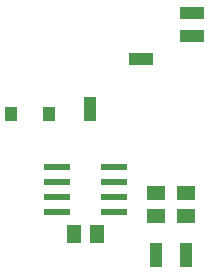
<source format=gbr>
G04 EAGLE Gerber RS-274X export*
G75*
%MOMM*%
%FSLAX34Y34*%
%LPD*%
%INSolderpaste Top*%
%IPPOS*%
%AMOC8*
5,1,8,0,0,1.08239X$1,22.5*%
G01*
%ADD10R,1.300000X1.500000*%
%ADD11R,2.286000X0.609600*%
%ADD12R,1.000000X2.000000*%
%ADD13R,2.000000X1.000000*%
%ADD14R,1.000000X1.300000*%
%ADD15R,1.500000X1.300000*%


D10*
X89500Y27500D03*
X70500Y27500D03*
D11*
X104130Y45950D03*
X104130Y58650D03*
X104130Y71350D03*
X104130Y84050D03*
X55870Y84050D03*
X55870Y71350D03*
X55870Y58650D03*
X55870Y45950D03*
D12*
X140000Y10000D03*
X165000Y10000D03*
D13*
X170000Y195000D03*
D14*
X17000Y129500D03*
X49000Y129500D03*
D12*
X84000Y133000D03*
D13*
X127000Y176000D03*
X170000Y215000D03*
D15*
X140000Y43000D03*
X140000Y62000D03*
X165000Y43000D03*
X165000Y62000D03*
M02*

</source>
